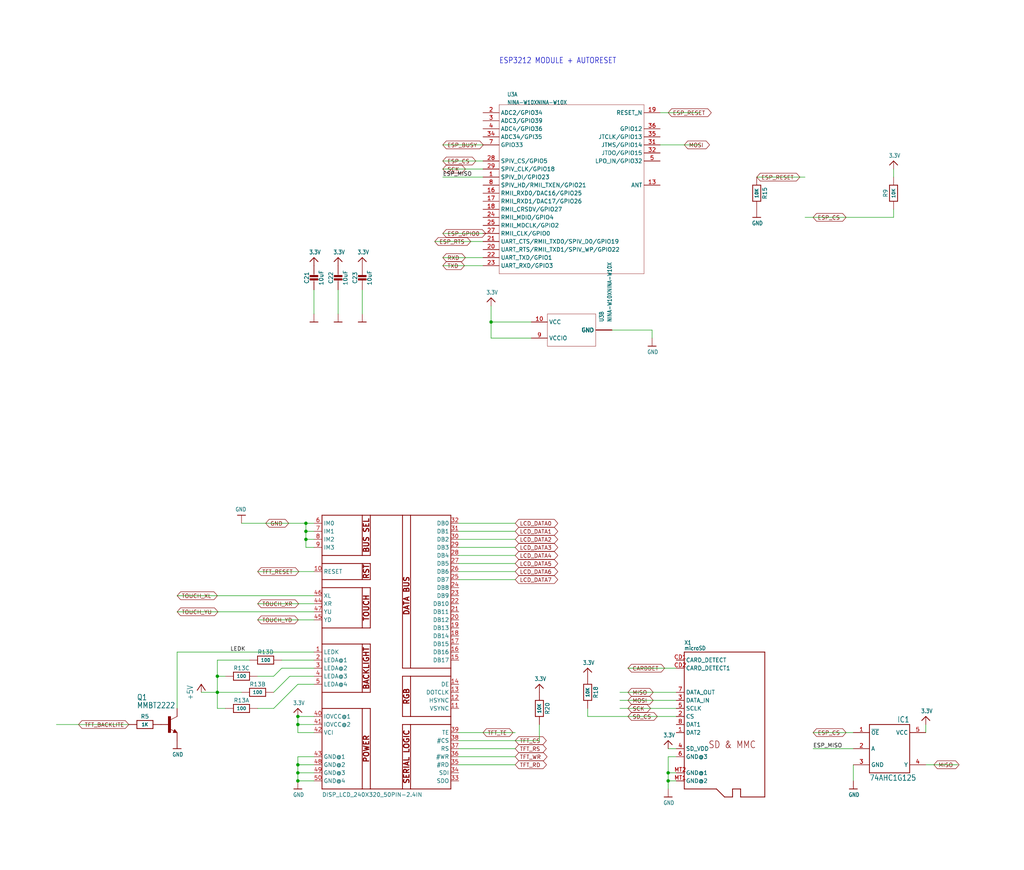
<source format=kicad_sch>
(kicad_sch (version 20230121) (generator eeschema)
  (paper "User" 323.113 274.422)
  (lib_symbols
    (symbol "working-eagle-import:-NPN-SOT23-BEC"
      (property "Reference" "T" (at -10.16 7.62 0))
      (symbol "-NPN-SOT23-BEC_1_0"
        (rectangle (start -0.254 -2.54) (end 0.508 2.54) (fill (type outline)))
        (polyline (pts (xy 1.27 -2.54) (xy 1.778 -1.524)) (stroke (width 0.1524)))
        (polyline (pts (xy 1.524 -2.413) (xy 2.286 -2.413)) (stroke (width 0.254)))
        (polyline (pts (xy 1.524 -2.286) (xy 1.905 -2.286)) (stroke (width 0.254)))
        (polyline (pts (xy 1.54 -2.04) (xy 0.308 -1.424)) (stroke (width 0.1524)))
        (polyline (pts (xy 1.778 -1.778) (xy 1.524 -2.286)) (stroke (width 0.254)))
        (polyline (pts (xy 1.778 -1.524) (xy 2.54 -2.54)) (stroke (width 0.1524)))
        (polyline (pts (xy 1.905 -2.286) (xy 1.778 -2.032)) (stroke (width 0.254)))
        (polyline (pts (xy 2.286 -2.413) (xy 1.778 -1.778)) (stroke (width 0.254)))
        (polyline (pts (xy 2.54 -2.54) (xy 1.27 -2.54)) (stroke (width 0.1524)))
        (polyline (pts (xy 2.54 2.54) (xy 0.508 1.524)) (stroke (width 0.1524)))
        (pin passive line (at -2.54 0 0) (length 2.54) (name "B") (number "B"))
        (pin passive line (at 2.54 5.08 270) (length 2.54) (name "C") (number "C"))
        (pin passive line (at 2.54 -5.08 90) (length 2.54) (name "E") (number "E"))
      )
    )
    (symbol "working-eagle-import:3.3V" (power)
      (property "Value" "3.3V" (at -1.524 1.016 0))
      (symbol "3.3V_1_0"
        (polyline (pts (xy -1.27 -1.27) (xy 0 0)) (stroke (width 0.254)))
        (polyline (pts (xy 0 0) (xy 1.27 -1.27)) (stroke (width 0.254)))
        (pin power_in line (at 0 -2.54 90) (length 2.54) (name "3.3V") (number "1"))
      )
    )
    (symbol "working-eagle-import:74AHC1G125"
      (property "Reference" "IC" (at 7.62 10.16 0))
      (symbol "74AHC1G125_1_0"
        (polyline (pts (xy -5.08 -7.62) (xy -5.08 7.62)) (stroke (width 0.254)))
        (polyline (pts (xy -5.08 7.62) (xy 7.62 7.62)) (stroke (width 0.254)))
        (polyline (pts (xy 7.62 -7.62) (xy -5.08 -7.62)) (stroke (width 0.254)))
        (polyline (pts (xy 7.62 7.62) (xy 7.62 -7.62)) (stroke (width 0.254)))
        (pin input line (at -10.16 5.08 0) (length 5.08) (name "~{OE}") (number "1"))
        (pin input line (at -10.16 0 0) (length 5.08) (name "A") (number "2"))
        (pin power_in line (at -10.16 -5.08 0) (length 5.08) (name "GND") (number "3"))
        (pin output line (at 12.7 -5.08 180) (length 5.08) (name "Y") (number "4"))
        (pin power_in line (at 12.7 5.08 180) (length 5.08) (name "VCC") (number "5"))
      )
    )
    (symbol "working-eagle-import:CAP_CERAMIC0805-NOOUTLINE"
      (property "Reference" "C" (at -2.29 1.25 90))
      (symbol "CAP_CERAMIC0805-NOOUTLINE_1_0"
        (rectangle (start -1.27 0.508) (end 1.27 1.016) (fill (type outline)))
        (rectangle (start -1.27 1.524) (end 1.27 2.032) (fill (type outline)))
        (polyline (pts (xy 0 0.762) (xy 0 0)) (stroke (width 0.1524)))
        (polyline (pts (xy 0 2.54) (xy 0 1.778)) (stroke (width 0.1524)))
        (pin passive line (at 0 5.08 270) (length 2.54) (name "1") (number "1"))
        (pin passive line (at 0 -2.54 90) (length 2.54) (name "2") (number "2"))
      )
    )
    (symbol "working-eagle-import:DISP_LCD_240X320_50PIN-2.4IN"
      (symbol "DISP_LCD_240X320_50PIN-2.4IN_1_0"
        (polyline (pts (xy -20.32 -45.72) (xy -20.32 -20.32)) (stroke (width 0.254)))
        (polyline (pts (xy -20.32 -20.32) (xy -20.32 -15.24)) (stroke (width 0.254)))
        (polyline (pts (xy -20.32 -20.32) (xy -7.62 -20.32)) (stroke (width 0.254)))
        (polyline (pts (xy -20.32 -15.24) (xy -20.32 0)) (stroke (width 0.254)))
        (polyline (pts (xy -20.32 0) (xy -20.32 5.08)) (stroke (width 0.254)))
        (polyline (pts (xy -20.32 0) (xy -7.62 0)) (stroke (width 0.254)))
        (polyline (pts (xy -20.32 5.08) (xy -20.32 17.78)) (stroke (width 0.254)))
        (polyline (pts (xy -20.32 17.78) (xy -20.32 20.32)) (stroke (width 0.254)))
        (polyline (pts (xy -20.32 17.78) (xy -7.62 17.78)) (stroke (width 0.254)))
        (polyline (pts (xy -20.32 20.32) (xy -20.32 25.4)) (stroke (width 0.254)))
        (polyline (pts (xy -20.32 25.4) (xy -20.32 27.94)) (stroke (width 0.254)))
        (polyline (pts (xy -20.32 25.4) (xy -7.62 25.4)) (stroke (width 0.254)))
        (polyline (pts (xy -20.32 27.94) (xy -20.32 40.64)) (stroke (width 0.254)))
        (polyline (pts (xy -20.32 27.94) (xy -7.62 27.94)) (stroke (width 0.254)))
        (polyline (pts (xy -20.32 40.64) (xy -7.62 40.64)) (stroke (width 0.254)))
        (polyline (pts (xy -7.62 -45.72) (xy -20.32 -45.72)) (stroke (width 0.254)))
        (polyline (pts (xy -7.62 -20.32) (xy -7.62 -45.72)) (stroke (width 0.254)))
        (polyline (pts (xy -7.62 -20.32) (xy -5.08 -20.32)) (stroke (width 0.254)))
        (polyline (pts (xy -7.62 -15.24) (xy -20.32 -15.24)) (stroke (width 0.254)))
        (polyline (pts (xy -7.62 0) (xy -7.62 -15.24)) (stroke (width 0.254)))
        (polyline (pts (xy -7.62 0) (xy -5.08 0)) (stroke (width 0.254)))
        (polyline (pts (xy -7.62 5.08) (xy -20.32 5.08)) (stroke (width 0.254)))
        (polyline (pts (xy -7.62 17.78) (xy -7.62 5.08)) (stroke (width 0.254)))
        (polyline (pts (xy -7.62 17.78) (xy -5.08 17.78)) (stroke (width 0.254)))
        (polyline (pts (xy -7.62 20.32) (xy -20.32 20.32)) (stroke (width 0.254)))
        (polyline (pts (xy -7.62 25.4) (xy -7.62 20.32)) (stroke (width 0.254)))
        (polyline (pts (xy -7.62 25.4) (xy -5.08 25.4)) (stroke (width 0.254)))
        (polyline (pts (xy -7.62 27.94) (xy -7.62 40.64)) (stroke (width 0.254)))
        (polyline (pts (xy -7.62 27.94) (xy -5.08 27.94)) (stroke (width 0.254)))
        (polyline (pts (xy -7.62 40.64) (xy -5.08 40.64)) (stroke (width 0.254)))
        (polyline (pts (xy -5.08 -45.72) (xy -7.62 -45.72)) (stroke (width 0.254)))
        (polyline (pts (xy -5.08 -20.32) (xy -5.08 -45.72)) (stroke (width 0.254)))
        (polyline (pts (xy -5.08 -15.24) (xy -7.62 -15.24)) (stroke (width 0.254)))
        (polyline (pts (xy -5.08 0) (xy -5.08 -15.24)) (stroke (width 0.254)))
        (polyline (pts (xy -5.08 5.08) (xy -7.62 5.08)) (stroke (width 0.254)))
        (polyline (pts (xy -5.08 17.78) (xy -5.08 5.08)) (stroke (width 0.254)))
        (polyline (pts (xy -5.08 20.32) (xy -7.62 20.32)) (stroke (width 0.254)))
        (polyline (pts (xy -5.08 25.4) (xy -5.08 20.32)) (stroke (width 0.254)))
        (polyline (pts (xy -5.08 27.94) (xy -5.08 40.64)) (stroke (width 0.254)))
        (polyline (pts (xy -5.08 40.64) (xy 5.08 40.64)) (stroke (width 0.254)))
        (polyline (pts (xy 5.08 -45.72) (xy -5.08 -45.72)) (stroke (width 0.254)))
        (polyline (pts (xy 5.08 -25.4) (xy 5.08 -45.72)) (stroke (width 0.254)))
        (polyline (pts (xy 5.08 -22.86) (xy 5.08 -10.16)) (stroke (width 0.254)))
        (polyline (pts (xy 5.08 -10.16) (xy 7.62 -10.16)) (stroke (width 0.254)))
        (polyline (pts (xy 5.08 -7.62) (xy 5.08 40.64)) (stroke (width 0.254)))
        (polyline (pts (xy 5.08 40.64) (xy 7.62 40.64)) (stroke (width 0.254)))
        (polyline (pts (xy 7.62 -45.72) (xy 5.08 -45.72)) (stroke (width 0.254)))
        (polyline (pts (xy 7.62 -25.4) (xy 5.08 -25.4)) (stroke (width 0.254)))
        (polyline (pts (xy 7.62 -25.4) (xy 7.62 -45.72)) (stroke (width 0.254)))
        (polyline (pts (xy 7.62 -22.86) (xy 5.08 -22.86)) (stroke (width 0.254)))
        (polyline (pts (xy 7.62 -22.86) (xy 7.62 -10.16)) (stroke (width 0.254)))
        (polyline (pts (xy 7.62 -10.16) (xy 20.32 -10.16)) (stroke (width 0.254)))
        (polyline (pts (xy 7.62 -7.62) (xy 5.08 -7.62)) (stroke (width 0.254)))
        (polyline (pts (xy 7.62 -7.62) (xy 7.62 40.64)) (stroke (width 0.254)))
        (polyline (pts (xy 7.62 40.64) (xy 20.32 40.64)) (stroke (width 0.254)))
        (polyline (pts (xy 20.32 -45.72) (xy 7.62 -45.72)) (stroke (width 0.254)))
        (polyline (pts (xy 20.32 -25.4) (xy 7.62 -25.4)) (stroke (width 0.254)))
        (polyline (pts (xy 20.32 -25.4) (xy 20.32 -45.72)) (stroke (width 0.254)))
        (polyline (pts (xy 20.32 -22.86) (xy 7.62 -22.86)) (stroke (width 0.254)))
        (polyline (pts (xy 20.32 -22.86) (xy 20.32 -25.4)) (stroke (width 0.254)))
        (polyline (pts (xy 20.32 -10.16) (xy 20.32 -22.86)) (stroke (width 0.254)))
        (polyline (pts (xy 20.32 -7.62) (xy 7.62 -7.62)) (stroke (width 0.254)))
        (polyline (pts (xy 20.32 -7.62) (xy 20.32 -10.16)) (stroke (width 0.254)))
        (polyline (pts (xy 20.32 40.64) (xy 20.32 -7.62)) (stroke (width 0.254)))
        (text "BACKLIGHT" (at -6.35 -7.62 900) (effects (font (size 1.6764 1.6764) (thickness 0.3353) bold)))
        (text "BUS SEL" (at -6.35 34.29 900) (effects (font (size 1.6764 1.6764) (thickness 0.3353) bold)))
        (text "DATA BUS" (at 6.35 15.24 900) (effects (font (size 1.6764 1.6764) (thickness 0.3353) bold)))
        (text "POWER" (at -6.35 -33.02 900) (effects (font (size 1.6764 1.6764) (thickness 0.3353) bold)))
        (text "RGB" (at 6.35 -16.51 900) (effects (font (size 1.6764 1.6764) (thickness 0.3353) bold)))
        (text "RST" (at -6.35 22.86 900) (effects (font (size 1.6764 1.6764) (thickness 0.3353) bold)))
        (text "SERIAL LOGIC" (at 6.35 -35.56 900) (effects (font (size 1.6764 1.6764) (thickness 0.3353) bold)))
        (text "TOUCH" (at -6.35 11.43 900) (effects (font (size 1.6764 1.6764) (thickness 0.3353) bold)))
        (pin bidirectional line (at -22.86 -2.54 0) (length 2.54) (name "LEDK") (number "1"))
        (pin bidirectional line (at -22.86 22.86 0) (length 2.54) (name "RESET") (number "10"))
        (pin bidirectional line (at 22.86 -20.32 180) (length 2.54) (name "VSYNC") (number "11"))
        (pin bidirectional line (at 22.86 -17.78 180) (length 2.54) (name "HSYNC") (number "12"))
        (pin bidirectional line (at 22.86 -15.24 180) (length 2.54) (name "DOTCLK") (number "13"))
        (pin bidirectional line (at 22.86 -12.7 180) (length 2.54) (name "DE") (number "14"))
        (pin bidirectional line (at 22.86 -5.08 180) (length 2.54) (name "DB17") (number "15"))
        (pin bidirectional line (at 22.86 -2.54 180) (length 2.54) (name "DB16") (number "16"))
        (pin bidirectional line (at 22.86 0 180) (length 2.54) (name "DB15") (number "17"))
        (pin bidirectional line (at 22.86 2.54 180) (length 2.54) (name "DB14") (number "18"))
        (pin bidirectional line (at 22.86 5.08 180) (length 2.54) (name "DB13") (number "19"))
        (pin bidirectional line (at -22.86 -5.08 0) (length 2.54) (name "LEDA@1") (number "2"))
        (pin bidirectional line (at 22.86 7.62 180) (length 2.54) (name "DB12") (number "20"))
        (pin bidirectional line (at 22.86 10.16 180) (length 2.54) (name "DB11") (number "21"))
        (pin bidirectional line (at 22.86 12.7 180) (length 2.54) (name "DB10") (number "22"))
        (pin bidirectional line (at 22.86 15.24 180) (length 2.54) (name "DB9") (number "23"))
        (pin bidirectional line (at 22.86 17.78 180) (length 2.54) (name "DB8") (number "24"))
        (pin bidirectional line (at 22.86 20.32 180) (length 2.54) (name "DB7") (number "25"))
        (pin bidirectional line (at 22.86 22.86 180) (length 2.54) (name "DB6") (number "26"))
        (pin bidirectional line (at 22.86 25.4 180) (length 2.54) (name "DB5") (number "27"))
        (pin bidirectional line (at 22.86 27.94 180) (length 2.54) (name "DB4") (number "28"))
        (pin bidirectional line (at 22.86 30.48 180) (length 2.54) (name "DB3") (number "29"))
        (pin bidirectional line (at -22.86 -7.62 0) (length 2.54) (name "LEDA@2") (number "3"))
        (pin bidirectional line (at 22.86 33.02 180) (length 2.54) (name "DB2") (number "30"))
        (pin bidirectional line (at 22.86 35.56 180) (length 2.54) (name "DB1") (number "31"))
        (pin bidirectional line (at 22.86 38.1 180) (length 2.54) (name "DB0") (number "32"))
        (pin bidirectional line (at 22.86 -43.18 180) (length 2.54) (name "SDO") (number "33"))
        (pin bidirectional line (at 22.86 -40.64 180) (length 2.54) (name "SDI") (number "34"))
        (pin bidirectional line (at 22.86 -38.1 180) (length 2.54) (name "#RD") (number "35"))
        (pin bidirectional line (at 22.86 -35.56 180) (length 2.54) (name "#WR") (number "36"))
        (pin bidirectional line (at 22.86 -33.02 180) (length 2.54) (name "RS") (number "37"))
        (pin bidirectional line (at 22.86 -30.48 180) (length 2.54) (name "#CS") (number "38"))
        (pin bidirectional line (at 22.86 -27.94 180) (length 2.54) (name "TE") (number "39"))
        (pin bidirectional line (at -22.86 -10.16 0) (length 2.54) (name "LEDA@3") (number "4"))
        (pin bidirectional line (at -22.86 -22.86 0) (length 2.54) (name "IOVCC@1") (number "40"))
        (pin bidirectional line (at -22.86 -25.4 0) (length 2.54) (name "IOVCC@2") (number "41"))
        (pin bidirectional line (at -22.86 -27.94 0) (length 2.54) (name "VCI") (number "42"))
        (pin bidirectional line (at -22.86 -35.56 0) (length 2.54) (name "GND@1") (number "43"))
        (pin bidirectional line (at -22.86 12.7 0) (length 2.54) (name "XR") (number "44"))
        (pin bidirectional line (at -22.86 7.62 0) (length 2.54) (name "YD") (number "45"))
        (pin bidirectional line (at -22.86 15.24 0) (length 2.54) (name "XL") (number "46"))
        (pin bidirectional line (at -22.86 10.16 0) (length 2.54) (name "YU") (number "47"))
        (pin bidirectional line (at -22.86 -38.1 0) (length 2.54) (name "GND@2") (number "48"))
        (pin bidirectional line (at -22.86 -40.64 0) (length 2.54) (name "GND@3") (number "49"))
        (pin bidirectional line (at -22.86 -12.7 0) (length 2.54) (name "LEDA@4") (number "5"))
        (pin bidirectional line (at -22.86 -43.18 0) (length 2.54) (name "GND@4") (number "50"))
        (pin bidirectional line (at -22.86 38.1 0) (length 2.54) (name "IM0") (number "6"))
        (pin bidirectional line (at -22.86 35.56 0) (length 2.54) (name "IM1") (number "7"))
        (pin bidirectional line (at -22.86 33.02 0) (length 2.54) (name "IM2") (number "8"))
        (pin bidirectional line (at -22.86 30.48 0) (length 2.54) (name "IM3") (number "9"))
      )
    )
    (symbol "working-eagle-import:GND" (power)
      (property "Value" "GND" (at -1.524 -2.54 0))
      (symbol "GND_1_0"
        (polyline (pts (xy -1.27 0) (xy 1.27 0)) (stroke (width 0.254)))
        (pin power_in line (at 0 2.54 270) (length 2.54) (name "GND") (number "1"))
      )
    )
    (symbol "working-eagle-import:MICROSD"
      (property "Reference" "X" (at -12.7 22.606 0))
      (symbol "MICROSD_1_0"
        (polyline (pts (xy -12.7 -22.86) (xy -2.54 -22.86)) (stroke (width 0.254)))
        (polyline (pts (xy -12.7 20.32) (xy -12.7 -22.86)) (stroke (width 0.254)))
        (polyline (pts (xy -2.54 -22.86) (xy 0 -25.4)) (stroke (width 0.254)))
        (polyline (pts (xy 0 -25.4) (xy 2.54 -25.4)) (stroke (width 0.254)))
        (polyline (pts (xy 2.54 -25.4) (xy 2.54 -22.86)) (stroke (width 0.254)))
        (polyline (pts (xy 2.54 -22.86) (xy 5.08 -22.86)) (stroke (width 0.254)))
        (polyline (pts (xy 5.08 -25.4) (xy 12.7 -25.4)) (stroke (width 0.254)))
        (polyline (pts (xy 5.08 -22.86) (xy 5.08 -25.4)) (stroke (width 0.254)))
        (polyline (pts (xy 12.7 -25.4) (xy 12.7 20.32)) (stroke (width 0.254)))
        (polyline (pts (xy 12.7 20.32) (xy -12.7 20.32)) (stroke (width 0.254)))
        (text "SD & MMC" (at -5.08 -10.16 0) (effects (font (size 2.1844 1.8567)) (justify left bottom)))
        (pin bidirectional line (at -15.24 -5.08 0) (length 2.54) (name "DAT2") (number "1"))
        (pin input line (at -15.24 0 0) (length 2.54) (name "CS") (number "2"))
        (pin input line (at -15.24 5.08 0) (length 2.54) (name "DATA_IN") (number "3"))
        (pin power_in line (at -15.24 -10.16 0) (length 2.54) (name "SD_VDD") (number "4"))
        (pin input line (at -15.24 2.54 0) (length 2.54) (name "SCLK") (number "5"))
        (pin power_in line (at -15.24 -12.7 0) (length 2.54) (name "GND@3") (number "6"))
        (pin output line (at -15.24 7.62 0) (length 2.54) (name "DATA_OUT") (number "7"))
        (pin bidirectional line (at -15.24 -2.54 0) (length 2.54) (name "DAT1") (number "8"))
        (pin passive line (at -15.24 17.78 0) (length 2.54) (name "CARD_DETECT") (number "CD1"))
        (pin passive line (at -15.24 15.24 0) (length 2.54) (name "CARD_DETECT1") (number "CD2"))
        (pin power_in line (at -15.24 -20.32 0) (length 2.54) (name "GND@2") (number "MT1"))
        (pin power_in line (at -15.24 -17.78 0) (length 2.54) (name "GND@1") (number "MT2"))
      )
    )
    (symbol "working-eagle-import:NINA-W10XNINA-W10X"
      (property "Reference" "U" (at 2.54 -10.16 0))
      (symbol "NINA-W10XNINA-W10X_1_0"
        (polyline (pts (xy -22.86 -27.94) (xy 22.86 -27.94)) (stroke (width 0.1)))
        (polyline (pts (xy -22.86 25.4) (xy -22.86 -27.94)) (stroke (width 0.1)))
        (polyline (pts (xy 22.86 -27.94) (xy 22.86 25.4)) (stroke (width 0.1)))
        (polyline (pts (xy 22.86 25.4) (xy -22.86 25.4)) (stroke (width 0.1)))
        (pin bidirectional line (at -27.94 2.54 0) (length 5.08) (name "SPIV_DI/GPIO23") (number "1"))
        (pin bidirectional line (at 27.94 0 180) (length 5.08) (name "ANT") (number "13"))
        (pin bidirectional line (at -27.94 -2.54 0) (length 5.08) (name "RMII_RXD0/DAC16/GPIO25") (number "16"))
        (pin bidirectional line (at -27.94 -5.08 0) (length 5.08) (name "RMII_RXD1/DAC17/GPIO26") (number "17"))
        (pin bidirectional line (at -27.94 -7.62 0) (length 5.08) (name "RMII_CRSDV/GPIO27") (number "18"))
        (pin bidirectional line (at 27.94 22.86 180) (length 5.08) (name "RESET_N") (number "19"))
        (pin bidirectional line (at -27.94 22.86 0) (length 5.08) (name "ADC2/GPIO34") (number "2"))
        (pin bidirectional line (at -27.94 -20.32 0) (length 5.08) (name "UART_RTS/RMII_TXD1/SPIV_WP/GPIO22") (number "20"))
        (pin bidirectional line (at -27.94 -17.78 0) (length 5.08) (name "UART_CTS/RMII_TXD0/SPIV_D0/GPIO19") (number "21"))
        (pin bidirectional line (at -27.94 -22.86 0) (length 5.08) (name "UART_TXD/GPIO1") (number "22"))
        (pin bidirectional line (at -27.94 -25.4 0) (length 5.08) (name "UART_RXD/GPIO3") (number "23"))
        (pin bidirectional line (at -27.94 -10.16 0) (length 5.08) (name "RMII_MDIO/GPIO4") (number "24"))
        (pin bidirectional line (at -27.94 -12.7 0) (length 5.08) (name "RMII_MDCLK/GPIO2") (number "25"))
        (pin bidirectional line (at -27.94 -15.24 0) (length 5.08) (name "RMII_CLK/GPIO0") (number "27"))
        (pin bidirectional line (at -27.94 7.62 0) (length 5.08) (name "SPIV_CS/GPIO5") (number "28"))
        (pin bidirectional line (at -27.94 5.08 0) (length 5.08) (name "SPIV_CLK/GPIO18") (number "29"))
        (pin bidirectional line (at -27.94 20.32 0) (length 5.08) (name "ADC3/GPIO39") (number "3"))
        (pin bidirectional line (at 27.94 12.7 180) (length 5.08) (name "JTMS/GPIO14") (number "31"))
        (pin bidirectional line (at 27.94 10.16 180) (length 5.08) (name "JTDO/GPIO15") (number "32"))
        (pin bidirectional line (at -27.94 15.24 0) (length 5.08) (name "ADC34/GPI35") (number "34"))
        (pin bidirectional line (at 27.94 15.24 180) (length 5.08) (name "JTCLK/GPIO13") (number "35"))
        (pin bidirectional line (at 27.94 17.78 180) (length 5.08) (name "GPIO12") (number "36"))
        (pin bidirectional line (at -27.94 17.78 0) (length 5.08) (name "ADC4/GPIO36") (number "4"))
        (pin bidirectional line (at 27.94 7.62 180) (length 5.08) (name "LPO_IN/GPIO32") (number "5"))
        (pin bidirectional line (at -27.94 12.7 0) (length 5.08) (name "GPIO33") (number "7"))
        (pin bidirectional line (at -27.94 0 0) (length 5.08) (name "SPIV_HD/RMII_TXEN/GPIO21") (number "8"))
      )
      (symbol "NINA-W10XNINA-W10X_2_0"
        (polyline (pts (xy -5.08 -7.62) (xy 5.08 -7.62)) (stroke (width 0.1)))
        (polyline (pts (xy -5.08 7.62) (xy -5.08 -7.62)) (stroke (width 0.1)))
        (polyline (pts (xy 5.08 -7.62) (xy 5.08 7.62)) (stroke (width 0.1)))
        (polyline (pts (xy 5.08 7.62) (xy -5.08 7.62)) (stroke (width 0.1)))
        (pin bidirectional line (at 2.54 12.7 270) (length 5.08) (name "VCC") (number "10"))
        (pin bidirectional line (at 0 -12.7 90) (length 5.08) (name "GND") (number "12"))
        (pin bidirectional line (at 0 -12.7 90) (length 5.08) (name "GND") (number "14"))
        (pin bidirectional line (at 0 -12.7 90) (length 5.08) (name "GND") (number "26"))
        (pin bidirectional line (at 0 -12.7 90) (length 5.08) (name "GND") (number "30"))
        (pin bidirectional line (at 0 -12.7 90) (length 5.08) (name "GND") (number "6"))
        (pin bidirectional line (at -2.54 12.7 270) (length 5.08) (name "VCCIO") (number "9"))
        (pin bidirectional line (at 0 -12.7 90) (length 5.08) (name "GND") (number "GND@1"))
        (pin bidirectional line (at 0 -12.7 90) (length 5.08) (name "GND") (number "GND@10"))
        (pin bidirectional line (at 0 -12.7 90) (length 5.08) (name "GND") (number "GND@11"))
        (pin bidirectional line (at 0 -12.7 90) (length 5.08) (name "GND") (number "GND@12"))
        (pin bidirectional line (at 0 -12.7 90) (length 5.08) (name "GND") (number "GND@2"))
        (pin bidirectional line (at 0 -12.7 90) (length 5.08) (name "GND") (number "GND@3"))
        (pin bidirectional line (at 0 -12.7 90) (length 5.08) (name "GND") (number "GND@4"))
        (pin bidirectional line (at 0 -12.7 90) (length 5.08) (name "GND") (number "GND@5"))
        (pin bidirectional line (at 0 -12.7 90) (length 5.08) (name "GND") (number "GND@6"))
        (pin bidirectional line (at 0 -12.7 90) (length 5.08) (name "GND") (number "GND@7"))
        (pin bidirectional line (at 0 -12.7 90) (length 5.08) (name "GND") (number "GND@8"))
        (pin bidirectional line (at 0 -12.7 90) (length 5.08) (name "GND") (number "GND@9"))
      )
    )
    (symbol "working-eagle-import:RESISTOR_0603_NOOUT"
      (property "Reference" "R" (at 0 2.54 0))
      (symbol "RESISTOR_0603_NOOUT_1_0"
        (polyline (pts (xy -2.54 -1.27) (xy -2.54 1.27)) (stroke (width 0.254)))
        (polyline (pts (xy -2.54 1.27) (xy 2.54 1.27)) (stroke (width 0.254)))
        (polyline (pts (xy 2.54 -1.27) (xy -2.54 -1.27)) (stroke (width 0.254)))
        (polyline (pts (xy 2.54 1.27) (xy 2.54 -1.27)) (stroke (width 0.254)))
        (pin passive line (at -5.08 0 0) (length 2.54) (name "1") (number "1"))
        (pin passive line (at 5.08 0 180) (length 2.54) (name "2") (number "2"))
      )
    )
    (symbol "working-eagle-import:RESISTOR_4PACK"
      (property "Reference" "R" (at 0 2.54 0))
      (symbol "RESISTOR_4PACK_1_0"
        (polyline (pts (xy -2.54 -1.27) (xy -2.54 1.27)) (stroke (width 0.254)))
        (polyline (pts (xy -2.54 1.27) (xy 2.54 1.27)) (stroke (width 0.254)))
        (polyline (pts (xy 2.54 -1.27) (xy -2.54 -1.27)) (stroke (width 0.254)))
        (polyline (pts (xy 2.54 1.27) (xy 2.54 -1.27)) (stroke (width 0.254)))
        (pin passive line (at -5.08 0 0) (length 2.54) (name "1") (number "1"))
        (pin passive line (at 5.08 0 180) (length 2.54) (name "2") (number "8"))
      )
      (symbol "RESISTOR_4PACK_2_0"
        (polyline (pts (xy -2.54 -1.27) (xy -2.54 1.27)) (stroke (width 0.254)))
        (polyline (pts (xy -2.54 1.27) (xy 2.54 1.27)) (stroke (width 0.254)))
        (polyline (pts (xy 2.54 -1.27) (xy -2.54 -1.27)) (stroke (width 0.254)))
        (polyline (pts (xy 2.54 1.27) (xy 2.54 -1.27)) (stroke (width 0.254)))
        (pin passive line (at -5.08 0 0) (length 2.54) (name "1") (number "2"))
        (pin passive line (at 5.08 0 180) (length 2.54) (name "2") (number "7"))
      )
      (symbol "RESISTOR_4PACK_3_0"
        (polyline (pts (xy -2.54 -1.27) (xy -2.54 1.27)) (stroke (width 0.254)))
        (polyline (pts (xy -2.54 1.27) (xy 2.54 1.27)) (stroke (width 0.254)))
        (polyline (pts (xy 2.54 -1.27) (xy -2.54 -1.27)) (stroke (width 0.254)))
        (polyline (pts (xy 2.54 1.27) (xy 2.54 -1.27)) (stroke (width 0.254)))
        (pin passive line (at -5.08 0 0) (length 2.54) (name "1") (number "3"))
        (pin passive line (at 5.08 0 180) (length 2.54) (name "2") (number "6"))
      )
      (symbol "RESISTOR_4PACK_4_0"
        (polyline (pts (xy -2.54 -1.27) (xy -2.54 1.27)) (stroke (width 0.254)))
        (polyline (pts (xy -2.54 1.27) (xy 2.54 1.27)) (stroke (width 0.254)))
        (polyline (pts (xy 2.54 -1.27) (xy -2.54 -1.27)) (stroke (width 0.254)))
        (polyline (pts (xy 2.54 1.27) (xy 2.54 -1.27)) (stroke (width 0.254)))
        (pin passive line (at -5.08 0 0) (length 2.54) (name "1") (number "4"))
        (pin passive line (at 5.08 0 180) (length 2.54) (name "2") (number "5"))
      )
    )
    (symbol "working-eagle-import:supply1_+5V" (power)
      (property "Value" "supply1_+5V" (at -2.54 -5.08 90))
      (symbol "supply1_+5V_1_0"
        (polyline (pts (xy 0 0) (xy -1.27 -1.905)) (stroke (width 0.254)))
        (polyline (pts (xy 1.27 -1.905) (xy 0 0)) (stroke (width 0.254)))
        (pin power_in line (at 0 -2.54 90) (length 2.54) (name "+5V") (number "1"))
      )
    )
  )
  (junction (at 93.98 241.3))
  (junction (at 68.58 218.44))
  (junction (at 154.94 101.6))
  (junction (at 96.52 165.1))
  (junction (at 93.98 226.06))
  (junction (at 93.98 243.84))
  (junction (at 210.82 243.84))
  (junction (at 93.98 228.6))
  (junction (at 93.98 246.38))
  (junction (at 96.52 170.18))
  (junction (at 96.52 167.64))
  (junction (at 68.58 213.36))
  (junction (at 210.82 246.38))
  (wire (pts (xy 213.36 210.82) (xy 198.12 210.82)) (stroke (width 0.1524)))
  (wire (pts (xy 96.52 167.64) (xy 96.52 170.18)) (stroke (width 0.1524)))
  (wire (pts (xy 88.9 208.28) (xy 99.06 208.28)) (stroke (width 0.1524)))
  (wire (pts (xy 154.94 106.68) (xy 154.94 101.6)) (stroke (width 0.1524)))
  (wire (pts (xy 144.78 175.26) (xy 162.56 175.26)) (stroke (width 0.1524)))
  (wire (pts (xy 93.98 246.38) (xy 99.06 246.38)) (stroke (width 0.1524)))
  (wire (pts (xy 185.42 226.06) (xy 213.36 226.06)) (stroke (width 0.1524)))
  (wire (pts (xy 93.98 215.9) (xy 99.06 215.9)) (stroke (width 0.1524)))
  (wire (pts (xy 154.94 101.6) (xy 154.94 96.52)) (stroke (width 0.1524)))
  (wire (pts (xy 144.78 238.76) (xy 162.56 238.76)) (stroke (width 0.1524)))
  (wire (pts (xy 144.78 180.34) (xy 162.56 180.34)) (stroke (width 0.1524)))
  (wire (pts (xy 292.1 241.3) (xy 302.26 241.3)) (stroke (width 0.1524)))
  (wire (pts (xy 55.88 223.52) (xy 55.88 205.74)) (stroke (width 0.1524)))
  (wire (pts (xy 152.4 50.8) (xy 139.7 50.8)) (stroke (width 0.1524)))
  (wire (pts (xy 292.1 228.6) (xy 292.1 231.14)) (stroke (width 0.1524)))
  (wire (pts (xy 144.78 170.18) (xy 162.56 170.18)) (stroke (width 0.1524)))
  (wire (pts (xy 144.78 167.64) (xy 162.56 167.64)) (stroke (width 0.1524)))
  (wire (pts (xy 99.06 167.64) (xy 96.52 167.64)) (stroke (width 0.1524)))
  (wire (pts (xy 86.36 218.44) (xy 91.44 213.36)) (stroke (width 0.1524)))
  (wire (pts (xy 144.78 236.22) (xy 162.56 236.22)) (stroke (width 0.1524)))
  (wire (pts (xy 93.98 231.14) (xy 93.98 228.6)) (stroke (width 0.1524)))
  (wire (pts (xy 99.06 243.84) (xy 93.98 243.84)) (stroke (width 0.1524)))
  (wire (pts (xy 144.78 172.72) (xy 162.56 172.72)) (stroke (width 0.1524)))
  (wire (pts (xy 152.4 81.28) (xy 139.7 81.28)) (stroke (width 0.1524)))
  (wire (pts (xy 99.06 165.1) (xy 96.52 165.1)) (stroke (width 0.1524)))
  (wire (pts (xy 167.64 106.68) (xy 154.94 106.68)) (stroke (width 0.1524)))
  (wire (pts (xy 99.06 91.44) (xy 99.06 99.06)) (stroke (width 0.1524)))
  (wire (pts (xy 68.58 218.44) (xy 63.5 218.44)) (stroke (width 0.1524)))
  (wire (pts (xy 68.58 213.36) (xy 68.58 208.28)) (stroke (width 0.1524)))
  (wire (pts (xy 213.36 236.22) (xy 210.82 236.22)) (stroke (width 0.1524)))
  (wire (pts (xy 55.88 193.04) (xy 99.06 193.04)) (stroke (width 0.1524)))
  (wire (pts (xy 144.78 231.14) (xy 162.56 231.14)) (stroke (width 0.1524)))
  (wire (pts (xy 205.74 104.14) (xy 205.74 106.68)) (stroke (width 0.1524)))
  (wire (pts (xy 152.4 55.88) (xy 139.7 55.88)) (stroke (width 0.1524)))
  (wire (pts (xy 114.3 91.44) (xy 114.3 99.06)) (stroke (width 0.1524)))
  (wire (pts (xy 152.4 76.2) (xy 137.16 76.2)) (stroke (width 0.1524)))
  (wire (pts (xy 68.58 223.52) (xy 68.58 218.44)) (stroke (width 0.1524)))
  (wire (pts (xy 208.28 45.72) (xy 220.98 45.72)) (stroke (width 0.1524)))
  (wire (pts (xy 256.54 236.22) (xy 269.24 236.22)) (stroke (width 0.1524)))
  (wire (pts (xy 99.06 241.3) (xy 93.98 241.3)) (stroke (width 0.1524)))
  (wire (pts (xy 68.58 218.44) (xy 68.58 213.36)) (stroke (width 0.1524)))
  (wire (pts (xy 254 68.58) (xy 281.94 68.58)) (stroke (width 0.1524)))
  (wire (pts (xy 68.58 208.28) (xy 78.74 208.28)) (stroke (width 0.1524)))
  (wire (pts (xy 152.4 53.34) (xy 139.7 53.34)) (stroke (width 0.1524)))
  (wire (pts (xy 210.82 246.38) (xy 210.82 248.92)) (stroke (width 0.1524)))
  (wire (pts (xy 93.98 243.84) (xy 93.98 246.38)) (stroke (width 0.1524)))
  (wire (pts (xy 144.78 241.3) (xy 162.56 241.3)) (stroke (width 0.1524)))
  (wire (pts (xy 193.04 104.14) (xy 205.74 104.14)) (stroke (width 0.1524)))
  (wire (pts (xy 88.9 210.82) (xy 99.06 210.82)) (stroke (width 0.1524)))
  (wire (pts (xy 71.12 213.36) (xy 68.58 213.36)) (stroke (width 0.1524)))
  (wire (pts (xy 93.98 238.76) (xy 93.98 241.3)) (stroke (width 0.1524)))
  (wire (pts (xy 99.06 190.5) (xy 81.28 190.5)) (stroke (width 0.1524)))
  (wire (pts (xy 281.94 66.04) (xy 281.94 68.58)) (stroke (width 0.1524)))
  (wire (pts (xy 210.82 243.84) (xy 213.36 243.84)) (stroke (width 0.1524)))
  (wire (pts (xy 213.36 238.76) (xy 210.82 238.76)) (stroke (width 0.1524)))
  (wire (pts (xy 195.58 218.44) (xy 213.36 218.44)) (stroke (width 0.1524)))
  (wire (pts (xy 71.12 223.52) (xy 68.58 223.52)) (stroke (width 0.1524)))
  (wire (pts (xy 144.78 165.1) (xy 162.56 165.1)) (stroke (width 0.1524)))
  (wire (pts (xy 99.06 226.06) (xy 93.98 226.06)) (stroke (width 0.1524)))
  (wire (pts (xy 81.28 213.36) (xy 86.36 213.36)) (stroke (width 0.1524)))
  (wire (pts (xy 208.28 35.56) (xy 220.98 35.56)) (stroke (width 0.1524)))
  (wire (pts (xy 144.78 177.8) (xy 162.56 177.8)) (stroke (width 0.1524)))
  (wire (pts (xy 210.82 238.76) (xy 210.82 243.84)) (stroke (width 0.1524)))
  (wire (pts (xy 213.36 223.52) (xy 195.58 223.52)) (stroke (width 0.1524)))
  (wire (pts (xy 185.42 226.06) (xy 185.42 223.52)) (stroke (width 0.1524)))
  (wire (pts (xy 99.06 195.58) (xy 81.28 195.58)) (stroke (width 0.1524)))
  (wire (pts (xy 96.52 165.1) (xy 76.2 165.1)) (stroke (width 0.1524)))
  (wire (pts (xy 167.64 101.6) (xy 154.94 101.6)) (stroke (width 0.1524)))
  (wire (pts (xy 106.68 91.44) (xy 106.68 99.06)) (stroke (width 0.1524)))
  (wire (pts (xy 170.18 233.68) (xy 170.18 228.6)) (stroke (width 0.1524)))
  (wire (pts (xy 269.24 241.3) (xy 269.24 246.38)) (stroke (width 0.1524)))
  (wire (pts (xy 144.78 182.88) (xy 162.56 182.88)) (stroke (width 0.1524)))
  (wire (pts (xy 152.4 73.66) (xy 139.7 73.66)) (stroke (width 0.1524)))
  (wire (pts (xy 256.54 231.14) (xy 269.24 231.14)) (stroke (width 0.1524)))
  (wire (pts (xy 210.82 246.38) (xy 210.82 243.84)) (stroke (width 0.1524)))
  (wire (pts (xy 99.06 231.14) (xy 93.98 231.14)) (stroke (width 0.1524)))
  (wire (pts (xy 152.4 45.72) (xy 139.7 45.72)) (stroke (width 0.1524)))
  (wire (pts (xy 55.88 205.74) (xy 99.06 205.74)) (stroke (width 0.1524)))
  (wire (pts (xy 68.58 218.44) (xy 76.2 218.44)) (stroke (width 0.1524)))
  (wire (pts (xy 96.52 172.72) (xy 99.06 172.72)) (stroke (width 0.1524)))
  (wire (pts (xy 81.28 223.52) (xy 86.36 223.52)) (stroke (width 0.1524)))
  (wire (pts (xy 93.98 226.06) (xy 93.98 228.6)) (stroke (width 0.1524)))
  (wire (pts (xy 99.06 170.18) (xy 96.52 170.18)) (stroke (width 0.1524)))
  (wire (pts (xy 91.44 213.36) (xy 99.06 213.36)) (stroke (width 0.1524)))
  (wire (pts (xy 99.06 238.76) (xy 93.98 238.76)) (stroke (width 0.1524)))
  (wire (pts (xy 213.36 220.98) (xy 195.58 220.98)) (stroke (width 0.1524)))
  (wire (pts (xy 93.98 241.3) (xy 93.98 243.84)) (stroke (width 0.1524)))
  (wire (pts (xy 86.36 223.52) (xy 93.98 215.9)) (stroke (width 0.1524)))
  (wire (pts (xy 81.28 180.34) (xy 99.06 180.34)) (stroke (width 0.1524)))
  (wire (pts (xy 55.88 187.96) (xy 99.06 187.96)) (stroke (width 0.1524)))
  (wire (pts (xy 96.52 167.64) (xy 96.52 165.1)) (stroke (width 0.1524)))
  (wire (pts (xy 213.36 246.38) (xy 210.82 246.38)) (stroke (width 0.1524)))
  (wire (pts (xy 254 55.88) (xy 238.76 55.88)) (stroke (width 0.1524)))
  (wire (pts (xy 96.52 170.18) (xy 96.52 172.72)) (stroke (width 0.1524)))
  (wire (pts (xy 17.78 228.6) (xy 40.64 228.6)) (stroke (width 0.1524)))
  (wire (pts (xy 152.4 83.82) (xy 139.7 83.82)) (stroke (width 0.1524)))
  (wire (pts (xy 93.98 228.6) (xy 99.06 228.6)) (stroke (width 0.1524)))
  (wire (pts (xy 281.94 55.88) (xy 281.94 53.34)) (stroke (width 0.1524)))
  (wire (pts (xy 144.78 233.68) (xy 170.18 233.68)) (stroke (width 0.1524)))
  (wire (pts (xy 86.36 213.36) (xy 88.9 210.82)) (stroke (width 0.1524)))
  (text "ESP3212 MODULE + AUTORESET" (at 157.48 20.32 0) (effects (font (size 1.778 1.5113)) (justify left bottom)))
  (label "ESP_MISO" (at 139.7 55.88 0) (effects (font (size 1.2446 1.2446))))
  (label "ESP_MISO" (at 256.54 236.22 0) (effects (font (size 1.2446 1.2446))))
  (label "LEDK" (at 77.47 205.74 180) (effects (font (size 1.2446 1.2446))))
  (global_label "TFT_RESET" (shape bidirectional) (at 81.28 180.34 0) (effects (font (size 1.2446 1.2446))) (property "Intersheetrefs" "${INTERSHEET_REFS}" (effects hide)))
  (global_label "ESP_CS" (shape bidirectional) (at 256.54 68.58 0) (effects (font (size 1.2446 1.2446))) (property "Intersheetrefs" "${INTERSHEET_REFS}" (effects hide)))
  (global_label "LCD_DATA7" (shape bidirectional) (at 162.56 182.88 0) (effects (font (size 1.2446 1.2446))) (property "Intersheetrefs" "${INTERSHEET_REFS}" (effects hide)))
  (global_label "TFT_RD" (shape bidirectional) (at 162.56 241.3 0) (effects (font (size 1.2446 1.2446))) (property "Intersheetrefs" "${INTERSHEET_REFS}" (effects hide)))
  (global_label "SD_CS" (shape bidirectional) (at 198.12 226.06 0) (effects (font (size 1.2446 1.2446))) (property "Intersheetrefs" "${INTERSHEET_REFS}" (effects hide)))
  (global_label "MISO" (shape bidirectional) (at 294.64 241.3 0) (effects (font (size 1.2446 1.2446))) (property "Intersheetrefs" "${INTERSHEET_REFS}" (effects hide)))
  (global_label "RXD" (shape bidirectional) (at 139.7 81.28 0) (effects (font (size 1.2446 1.2446))) (property "Intersheetrefs" "${INTERSHEET_REFS}" (effects hide)))
  (global_label "LCD_DATA0" (shape bidirectional) (at 162.56 165.1 0) (effects (font (size 1.2446 1.2446))) (property "Intersheetrefs" "${INTERSHEET_REFS}" (effects hide)))
  (global_label "LCD_DATA3" (shape bidirectional) (at 162.56 172.72 0) (effects (font (size 1.2446 1.2446))) (property "Intersheetrefs" "${INTERSHEET_REFS}" (effects hide)))
  (global_label "CARDDET" (shape bidirectional) (at 198.12 210.82 0) (effects (font (size 1.2446 1.2446))) (property "Intersheetrefs" "${INTERSHEET_REFS}" (effects hide)))
  (global_label "ESP_BUSY" (shape bidirectional) (at 139.7 45.72 0) (effects (font (size 1.2446 1.2446))) (property "Intersheetrefs" "${INTERSHEET_REFS}" (effects hide)))
  (global_label "GND" (shape bidirectional) (at 83.82 165.1 0) (effects (font (size 1.2446 1.2446))) (property "Intersheetrefs" "${INTERSHEET_REFS}" (effects hide)))
  (global_label "ESP_RESET" (shape bidirectional) (at 238.76 55.88 0) (effects (font (size 1.2446 1.2446))) (property "Intersheetrefs" "${INTERSHEET_REFS}" (effects hide)))
  (global_label "TXD" (shape bidirectional) (at 139.7 83.82 0) (effects (font (size 1.2446 1.2446))) (property "Intersheetrefs" "${INTERSHEET_REFS}" (effects hide)))
  (global_label "LCD_DATA1" (shape bidirectional) (at 162.56 167.64 0) (effects (font (size 1.2446 1.2446))) (property "Intersheetrefs" "${INTERSHEET_REFS}" (effects hide)))
  (global_label "TFT_TE" (shape bidirectional) (at 152.4 231.14 0) (effects (font (size 1.2446 1.2446))) (property "Intersheetrefs" "${INTERSHEET_REFS}" (effects hide)))
  (global_label "MISO" (shape bidirectional) (at 198.12 218.44 0) (effects (font (size 1.2446 1.2446))) (property "Intersheetrefs" "${INTERSHEET_REFS}" (effects hide)))
  (global_label "ESP_CS" (shape bidirectional) (at 256.54 231.14 0) (effects (font (size 1.2446 1.2446))) (property "Intersheetrefs" "${INTERSHEET_REFS}" (effects hide)))
  (global_label "TFT_CS" (shape bidirectional) (at 162.56 233.68 0) (effects (font (size 1.2446 1.2446))) (property "Intersheetrefs" "${INTERSHEET_REFS}" (effects hide)))
  (global_label "TOUCH_YD" (shape bidirectional) (at 81.28 195.58 0) (effects (font (size 1.2446 1.2446))) (property "Intersheetrefs" "${INTERSHEET_REFS}" (effects hide)))
  (global_label "TFT_RS" (shape bidirectional) (at 162.56 236.22 0) (effects (font (size 1.2446 1.2446))) (property "Intersheetrefs" "${INTERSHEET_REFS}" (effects hide)))
  (global_label "LCD_DATA6" (shape bidirectional) (at 162.56 180.34 0) (effects (font (size 1.2446 1.2446))) (property "Intersheetrefs" "${INTERSHEET_REFS}" (effects hide)))
  (global_label "TOUCH_YU" (shape bidirectional) (at 55.88 193.04 0) (effects (font (size 1.2446 1.2446))) (property "Intersheetrefs" "${INTERSHEET_REFS}" (effects hide)))
  (global_label "TFT_WR" (shape bidirectional) (at 162.56 238.76 0) (effects (font (size 1.2446 1.2446))) (property "Intersheetrefs" "${INTERSHEET_REFS}" (effects hide)))
  (global_label "LCD_DATA5" (shape bidirectional) (at 162.56 177.8 0) (effects (font (size 1.2446 1.2446))) (property "Intersheetrefs" "${INTERSHEET_REFS}" (effects hide)))
  (global_label "SCK" (shape bidirectional) (at 139.7 53.34 0) (effects (font (size 1.2446 1.2446))) (property "Intersheetrefs" "${INTERSHEET_REFS}" (effects hide)))
  (global_label "SCK" (shape bidirectional) (at 198.12 223.52 0) (effects (font (size 1.2446 1.2446))) (property "Intersheetrefs" "${INTERSHEET_REFS}" (effects hide)))
  (global_label "TOUCH_XR" (shape bidirectional) (at 81.28 190.5 0) (effects (font (size 1.2446 1.2446))) (property "Intersheetrefs" "${INTERSHEET_REFS}" (effects hide)))
  (global_label "TFT_BACKLITE" (shape bidirectional) (at 40.64 228.6 180) (effects (font (size 1.2446 1.2446))) (property "Intersheetrefs" "${INTERSHEET_REFS}" (effects hide)))
  (global_label "TOUCH_XL" (shape bidirectional) (at 55.88 187.96 0) (effects (font (size 1.2446 1.2446))) (property "Intersheetrefs" "${INTERSHEET_REFS}" (effects hide)))
  (global_label "ESP_CS" (shape bidirectional) (at 139.7 50.8 0) (effects (font (size 1.2446 1.2446))) (property "Intersheetrefs" "${INTERSHEET_REFS}" (effects hide)))
  (global_label "ESP_RTS" (shape bidirectional) (at 137.16 76.2 0) (effects (font (size 1.2446 1.2446))) (property "Intersheetrefs" "${INTERSHEET_REFS}" (effects hide)))
  (global_label "ESP_GPIO0" (shape bidirectional) (at 139.7 73.66 0) (effects (font (size 1.2446 1.2446))) (property "Intersheetrefs" "${INTERSHEET_REFS}" (effects hide)))
  (global_label "LCD_DATA2" (shape bidirectional) (at 162.56 170.18 0) (effects (font (size 1.2446 1.2446))) (property "Intersheetrefs" "${INTERSHEET_REFS}" (effects hide)))
  (global_label "LCD_DATA4" (shape bidirectional) (at 162.56 175.26 0) (effects (font (size 1.2446 1.2446))) (property "Intersheetrefs" "${INTERSHEET_REFS}" (effects hide)))
  (global_label "ESP_RESET" (shape bidirectional) (at 210.82 35.56 0) (effects (font (size 1.2446 1.2446))) (property "Intersheetrefs" "${INTERSHEET_REFS}" (effects hide)))
  (global_label "MOSI" (shape bidirectional) (at 215.9 45.72 0) (effects (font (size 1.2446 1.2446))) (property "Intersheetrefs" "${INTERSHEET_REFS}" (effects hide)))
  (global_label "MOSI" (shape bidirectional) (at 198.12 220.98 0) (effects (font (size 1.2446 1.2446))) (property "Intersheetrefs" "${INTERSHEET_REFS}" (effects hide)))
  (symbol (lib_id "working-eagle-import:MICROSD") (at 228.6 226.06 0) (unit 1)
    (property "Reference" "X1" (at 215.9 203.454 0) (effects (font (size 1.27 1.0795)) (justify left bottom)))
    (property "Value" "microSD" (at 215.9 205.232 0) (effects (font (size 1.27 1.0795)) (justify left bottom)))
    (property "Footprint" "working:MICROSD" (effects hide))
  )
  (symbol (lib_id "working-eagle-import:3.3V") (at 114.3 81.28 0) (unit 1)
    (property "Reference" "#U$62" (effects hide))
    (property "Value" "3.3V" (at 112.776 80.264 0) (effects (font (size 1.27 1.0795)) (justify left bottom)))
  )
  (symbol (lib_id "working-eagle-import:-NPN-SOT23-BEC") (at 53.34 228.6 0) (unit 1)
    (property "Reference" "Q1" (at 43.18 220.98 0) (effects (font (size 1.778 1.5113)) (justify left bottom)))
    (property "Value" "MMBT2222" (at 43.18 223.52 0) (effects (font (size 1.778 1.5113)) (justify left bottom)))
    (property "Footprint" "working:SOT23-BEC" (effects hide))
  )
  (symbol (lib_id "working-eagle-import:GND") (at 106.68 101.6 0) (unit 1)
    (property "Reference" "#U$59" (effects hide))
    (property "Value" "GND" (effects hide))
  )
  (symbol (lib_id "working-eagle-import:GND") (at 210.82 251.46 0) (unit 1)
    (property "Reference" "#U$18" (effects hide))
    (property "Value" "GND" (at 209.296 254 0) (effects (font (size 1.27 1.0795)) (justify left bottom)))
  )
  (symbol (lib_id "working-eagle-import:74AHC1G125") (at 279.4 236.22 0) (unit 1)
    (property "Reference" "IC1" (at 287.02 226.06 0) (effects (font (size 1.778 1.5113)) (justify right top)))
    (property "Value" "74AHC1G125" (at 274.32 246.38 0) (effects (font (size 1.778 1.5113)) (justify left bottom)))
    (property "Footprint" "working:SOT23-5L" (effects hide))
  )
  (symbol (lib_id "working-eagle-import:CAP_CERAMIC0805-NOOUTLINE") (at 99.06 88.9 0) (unit 1)
    (property "Reference" "C21" (at 96.77 87.65 90))
    (property "Value" "10uF" (at 101.36 87.65 90))
    (property "Footprint" "working:0805-NO" (effects hide))
  )
  (symbol (lib_id "working-eagle-import:supply1_+5V") (at 63.5 215.9 0) (unit 1)
    (property "Reference" "#P+4" (effects hide))
    (property "Value" "+5V" (at 60.96 220.98 90) (effects (font (size 1.778 1.5113)) (justify left bottom)))
  )
  (symbol (lib_id "working-eagle-import:GND") (at 238.76 68.58 0) (unit 1)
    (property "Reference" "#U$43" (effects hide))
    (property "Value" "GND" (at 237.236 71.12 0) (effects (font (size 1.27 1.0795)) (justify left bottom)))
  )
  (symbol (lib_id "working-eagle-import:CAP_CERAMIC0805-NOOUTLINE") (at 106.68 88.9 0) (unit 1)
    (property "Reference" "C22" (at 104.39 87.65 90))
    (property "Value" "10uF" (at 108.98 87.65 90))
    (property "Footprint" "working:0805-NO" (effects hide))
  )
  (symbol (lib_id "working-eagle-import:RESISTOR_0603_NOOUT") (at 238.76 60.96 270) (unit 1)
    (property "Reference" "R15" (at 241.3 60.96 0))
    (property "Value" "10K" (at 238.76 60.96 0) (effects (font (size 1.016 1.016) bold)))
    (property "Footprint" "working:0603-NO" (effects hide))
  )
  (symbol (lib_id "working-eagle-import:GND") (at 205.74 109.22 0) (unit 1)
    (property "Reference" "#U$58" (effects hide))
    (property "Value" "GND" (at 204.216 111.76 0) (effects (font (size 1.27 1.0795)) (justify left bottom)))
  )
  (symbol (lib_id "working-eagle-import:RESISTOR_0603_NOOUT") (at 281.94 60.96 90) (unit 1)
    (property "Reference" "R9" (at 279.4 60.96 0))
    (property "Value" "10K" (at 281.94 60.96 0) (effects (font (size 1.016 1.016) bold)))
    (property "Footprint" "working:0603-NO" (effects hide))
  )
  (symbol (lib_id "working-eagle-import:NINA-W10XNINA-W10X") (at 180.34 104.14 90) (unit 2)
    (property "Reference" "U3" (at 190.5 101.6 0) (effects (font (size 1.27 1.0795)) (justify left bottom)))
    (property "Value" "NINA-W10XNINA-W10X" (at 193.04 101.6 0) (effects (font (size 1.27 1.0795)) (justify left bottom)))
    (property "Footprint" "working:ARDUINO-UCS&SOCS_NINA-W1X" (effects hide))
  )
  (symbol (lib_id "working-eagle-import:3.3V") (at 106.68 81.28 0) (unit 1)
    (property "Reference" "#U$60" (effects hide))
    (property "Value" "3.3V" (at 105.156 80.264 0) (effects (font (size 1.27 1.0795)) (justify left bottom)))
  )
  (symbol (lib_id "working-eagle-import:3.3V") (at 99.06 81.28 0) (unit 1)
    (property "Reference" "#U$51" (effects hide))
    (property "Value" "3.3V" (at 97.536 80.264 0) (effects (font (size 1.27 1.0795)) (justify left bottom)))
  )
  (symbol (lib_id "working-eagle-import:RESISTOR_0603_NOOUT") (at 45.72 228.6 0) (unit 1)
    (property "Reference" "R5" (at 45.72 226.06 0))
    (property "Value" "1K" (at 45.72 228.6 0) (effects (font (size 1.016 1.016) bold)))
    (property "Footprint" "working:0603-NO" (effects hide))
  )
  (symbol (lib_id "working-eagle-import:GND") (at 114.3 101.6 0) (unit 1)
    (property "Reference" "#U$61" (effects hide))
    (property "Value" "GND" (effects hide))
  )
  (symbol (lib_id "working-eagle-import:GND") (at 269.24 248.92 0) (unit 1)
    (property "Reference" "#U$28" (effects hide))
    (property "Value" "GND" (at 267.716 251.46 0) (effects (font (size 1.27 1.0795)) (justify left bottom)))
  )
  (symbol (lib_id "working-eagle-import:GND") (at 99.06 101.6 0) (unit 1)
    (property "Reference" "#U$50" (effects hide))
    (property "Value" "GND" (effects hide))
  )
  (symbol (lib_id "working-eagle-import:3.3V") (at 185.42 210.82 0) (unit 1)
    (property "Reference" "#U$48" (effects hide))
    (property "Value" "3.3V" (at 183.896 209.804 0) (effects (font (size 1.27 1.0795)) (justify left bottom)))
  )
  (symbol (lib_id "working-eagle-import:RESISTOR_0603_NOOUT") (at 170.18 223.52 270) (unit 1)
    (property "Reference" "R20" (at 172.72 223.52 0))
    (property "Value" "10K" (at 170.18 223.52 0) (effects (font (size 1.016 1.016) bold)))
    (property "Footprint" "working:0603-NO" (effects hide))
  )
  (symbol (lib_id "working-eagle-import:GND") (at 93.98 248.92 0) (unit 1)
    (property "Reference" "#U$14" (effects hide))
    (property "Value" "GND" (at 92.456 251.46 0) (effects (font (size 1.27 1.0795)) (justify left bottom)))
  )
  (symbol (lib_id "working-eagle-import:3.3V") (at 292.1 226.06 0) (unit 1)
    (property "Reference" "#U$52" (effects hide))
    (property "Value" "3.3V" (at 290.576 225.044 0) (effects (font (size 1.27 1.0795)) (justify left bottom)))
  )
  (symbol (lib_id "working-eagle-import:GND") (at 55.88 236.22 0) (unit 1)
    (property "Reference" "#U$6" (effects hide))
    (property "Value" "GND" (at 54.356 238.76 0) (effects (font (size 1.27 1.0795)) (justify left bottom)))
  )
  (symbol (lib_id "working-eagle-import:RESISTOR_4PACK") (at 83.82 208.28 0) (unit 4)
    (property "Reference" "R13" (at 83.82 205.74 0))
    (property "Value" "100" (at 83.82 208.28 0) (effects (font (size 1.016 1.016) bold)))
    (property "Footprint" "working:RESPACK_4X0603" (effects hide))
  )
  (symbol (lib_id "working-eagle-import:RESISTOR_4PACK") (at 76.2 213.36 0) (unit 3)
    (property "Reference" "R13" (at 76.2 210.82 0))
    (property "Value" "100" (at 76.2 213.36 0) (effects (font (size 1.016 1.016) bold)))
    (property "Footprint" "working:RESPACK_4X0603" (effects hide))
  )
  (symbol (lib_id "working-eagle-import:3.3V") (at 170.18 215.9 0) (unit 1)
    (property "Reference" "#U$49" (effects hide))
    (property "Value" "3.3V" (at 168.656 214.884 0) (effects (font (size 1.27 1.0795)) (justify left bottom)))
  )
  (symbol (lib_id "working-eagle-import:GND") (at 76.2 162.56 180) (unit 1)
    (property "Reference" "#U$44" (effects hide))
    (property "Value" "GND" (at 77.724 160.02 0) (effects (font (size 1.27 1.0795)) (justify left bottom)))
  )
  (symbol (lib_id "working-eagle-import:3.3V") (at 281.94 50.8 0) (unit 1)
    (property "Reference" "#U$29" (effects hide))
    (property "Value" "3.3V" (at 280.416 49.784 0) (effects (font (size 1.27 1.0795)) (justify left bottom)))
  )
  (symbol (lib_id "working-eagle-import:CAP_CERAMIC0805-NOOUTLINE") (at 114.3 88.9 0) (unit 1)
    (property "Reference" "C23" (at 112.01 87.65 90))
    (property "Value" "10uF" (at 116.6 87.65 90))
    (property "Footprint" "working:0805-NO" (effects hide))
  )
  (symbol (lib_id "working-eagle-import:RESISTOR_4PACK") (at 76.2 223.52 0) (unit 1)
    (property "Reference" "R13" (at 76.2 220.98 0))
    (property "Value" "100" (at 76.2 223.52 0) (effects (font (size 1.016 1.016) bold)))
    (property "Footprint" "working:RESPACK_4X0603" (effects hide))
  )
  (symbol (lib_id "working-eagle-import:RESISTOR_4PACK") (at 81.28 218.44 0) (unit 2)
    (property "Reference" "R13" (at 81.28 215.9 0))
    (property "Value" "100" (at 81.28 218.44 0) (effects (font (size 1.016 1.016) bold)))
    (property "Footprint" "working:RESPACK_4X0603" (effects hide))
  )
  (symbol (lib_id "working-eagle-import:DISP_LCD_240X320_50PIN-2.4IN") (at 121.92 203.2 0) (unit 1)
    (property "Reference" "U$55" (effects hide))
    (property "Value" "DISP_LCD_240X320_50PIN-2.4IN" (at 101.6 251.46 0) (effects (justify left bottom)))
    (property "Footprint" "working:TFT_2.4IN_240X320_50PIN" (effects hide))
  )
  (symbol (lib_id "working-eagle-import:NINA-W10XNINA-W10X") (at 180.34 58.42 0) (unit 1)
    (property "Reference" "U3" (at 160.02 30.48 0) (effects (font (size 1.27 1.0795)) (justify left bottom)))
    (property "Value" "NINA-W10XNINA-W10X" (at 160.02 33.02 0) (effects (font (size 1.27 1.0795)) (justify left bottom)))
    (property "Footprint" "working:ARDUINO-UCS&SOCS_NINA-W1X" (effects hide))
  )
  (symbol (lib_id "working-eagle-import:3.3V") (at 210.82 233.68 0) (unit 1)
    (property "Reference" "#U$37" (effects hide))
    (property "Value" "3.3V" (at 209.296 232.664 0) (effects (font (size 1.27 1.0795)) (justify left bottom)))
  )
  (symbol (lib_id "working-eagle-import:3.3V") (at 93.98 223.52 0) (unit 1)
    (property "Reference" "#U$30" (effects hide))
    (property "Value" "3.3V" (at 92.456 222.504 0) (effects (font (size 1.27 1.0795)) (justify left bottom)))
  )
  (symbol (lib_id "working-eagle-import:3.3V") (at 154.94 93.98 0) (unit 1)
    (property "Reference" "#U$57" (effects hide))
    (property "Value" "3.3V" (at 153.416 92.964 0) (effects (font (size 1.27 1.0795)) (justify left bottom)))
  )
  (symbol (lib_id "working-eagle-import:RESISTOR_0603_NOOUT") (at 185.42 218.44 270) (unit 1)
    (property "Reference" "R18" (at 187.96 218.44 0))
    (property "Value" "10K" (at 185.42 218.44 0) (effects (font (size 1.016 1.016) bold)))
    (property "Footprint" "working:0603-NO" (effects hide))
  )
)
</source>
